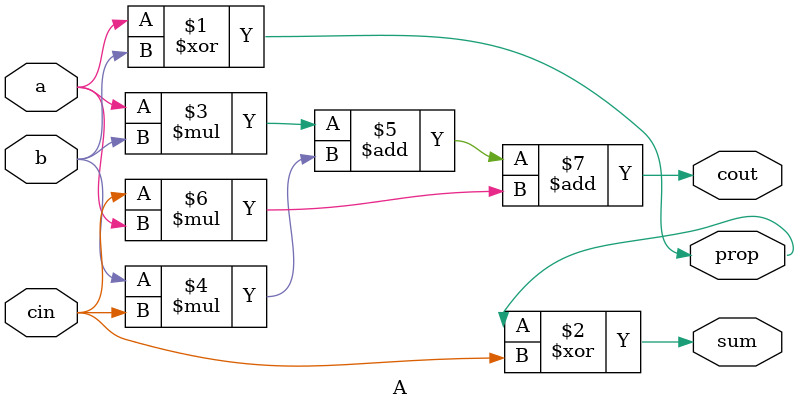
<source format=v>
`timescale 1ns / 1ps

// Module for Full Adder(A) 
module A(a,b,cin,sum,cout,prop);

	// a,b,cin are the three inputs
	input a,b,cin; 
	
	// sum,cout	are the two outputs				
	output sum,cout,prop;
	
	// assigning values to sum and cout by appropriate logic
	xor(prop,a,b);
	xor(sum,prop,cin);
	assign cout = a*b+b*cin+cin*a;
	
endmodule
</source>
